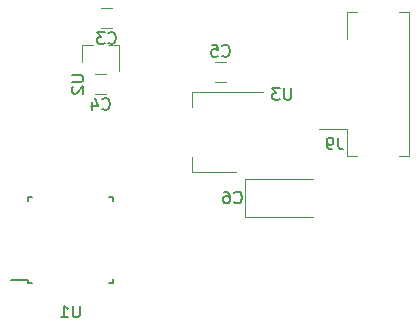
<source format=gbr>
G04 #@! TF.FileFunction,Legend,Bot*
%FSLAX46Y46*%
G04 Gerber Fmt 4.6, Leading zero omitted, Abs format (unit mm)*
G04 Created by KiCad (PCBNEW 4.0.7) date 06/13/18 22:56:11*
%MOMM*%
%LPD*%
G01*
G04 APERTURE LIST*
%ADD10C,0.100000*%
%ADD11C,0.120000*%
%ADD12C,0.150000*%
G04 APERTURE END LIST*
D10*
D11*
X146296000Y-91274000D02*
X145296000Y-91274000D01*
X145296000Y-89574000D02*
X146296000Y-89574000D01*
X145788000Y-96862000D02*
X144788000Y-96862000D01*
X144788000Y-95162000D02*
X145788000Y-95162000D01*
X154948000Y-94146000D02*
X155948000Y-94146000D01*
X155948000Y-95846000D02*
X154948000Y-95846000D01*
X157494000Y-107314000D02*
X163294000Y-107314000D01*
X157494000Y-104014000D02*
X163294000Y-104014000D01*
X157494000Y-107314000D02*
X157494000Y-104014000D01*
D12*
X139123000Y-112845000D02*
X139123000Y-112620000D01*
X146373000Y-112845000D02*
X146373000Y-112520000D01*
X146373000Y-105595000D02*
X146373000Y-105920000D01*
X139123000Y-105595000D02*
X139123000Y-105920000D01*
X139123000Y-112845000D02*
X139448000Y-112845000D01*
X139123000Y-105595000D02*
X139448000Y-105595000D01*
X146373000Y-105595000D02*
X146048000Y-105595000D01*
X146373000Y-112845000D02*
X146048000Y-112845000D01*
X139123000Y-112620000D02*
X137698000Y-112620000D01*
D11*
X143708000Y-92712000D02*
X144638000Y-92712000D01*
X146868000Y-92712000D02*
X145938000Y-92712000D01*
X146868000Y-92712000D02*
X146868000Y-94872000D01*
X143708000Y-92712000D02*
X143708000Y-94172000D01*
X153030000Y-103486000D02*
X153030000Y-102226000D01*
X153030000Y-96666000D02*
X153030000Y-97926000D01*
X156790000Y-103486000D02*
X153030000Y-103486000D01*
X159040000Y-96666000D02*
X153030000Y-96666000D01*
X170540000Y-102087000D02*
X171365000Y-102087000D01*
X171365000Y-102087000D02*
X171365000Y-89937000D01*
X171365000Y-89937000D02*
X170540000Y-89937000D01*
X166990000Y-102087000D02*
X166165000Y-102087000D01*
X166165000Y-102087000D02*
X166165000Y-99787000D01*
X166990000Y-89937000D02*
X166165000Y-89937000D01*
X166165000Y-89937000D02*
X166165000Y-92237000D01*
X166165000Y-99787000D02*
X163765000Y-99787000D01*
D12*
X145962666Y-92531143D02*
X146010285Y-92578762D01*
X146153142Y-92626381D01*
X146248380Y-92626381D01*
X146391238Y-92578762D01*
X146486476Y-92483524D01*
X146534095Y-92388286D01*
X146581714Y-92197810D01*
X146581714Y-92054952D01*
X146534095Y-91864476D01*
X146486476Y-91769238D01*
X146391238Y-91674000D01*
X146248380Y-91626381D01*
X146153142Y-91626381D01*
X146010285Y-91674000D01*
X145962666Y-91721619D01*
X145629333Y-91626381D02*
X145010285Y-91626381D01*
X145343619Y-92007333D01*
X145200761Y-92007333D01*
X145105523Y-92054952D01*
X145057904Y-92102571D01*
X145010285Y-92197810D01*
X145010285Y-92435905D01*
X145057904Y-92531143D01*
X145105523Y-92578762D01*
X145200761Y-92626381D01*
X145486476Y-92626381D01*
X145581714Y-92578762D01*
X145629333Y-92531143D01*
X145454666Y-98119143D02*
X145502285Y-98166762D01*
X145645142Y-98214381D01*
X145740380Y-98214381D01*
X145883238Y-98166762D01*
X145978476Y-98071524D01*
X146026095Y-97976286D01*
X146073714Y-97785810D01*
X146073714Y-97642952D01*
X146026095Y-97452476D01*
X145978476Y-97357238D01*
X145883238Y-97262000D01*
X145740380Y-97214381D01*
X145645142Y-97214381D01*
X145502285Y-97262000D01*
X145454666Y-97309619D01*
X144597523Y-97547714D02*
X144597523Y-98214381D01*
X144835619Y-97166762D02*
X145073714Y-97881048D01*
X144454666Y-97881048D01*
X155614666Y-93603143D02*
X155662285Y-93650762D01*
X155805142Y-93698381D01*
X155900380Y-93698381D01*
X156043238Y-93650762D01*
X156138476Y-93555524D01*
X156186095Y-93460286D01*
X156233714Y-93269810D01*
X156233714Y-93126952D01*
X156186095Y-92936476D01*
X156138476Y-92841238D01*
X156043238Y-92746000D01*
X155900380Y-92698381D01*
X155805142Y-92698381D01*
X155662285Y-92746000D01*
X155614666Y-92793619D01*
X154709904Y-92698381D02*
X155186095Y-92698381D01*
X155233714Y-93174571D01*
X155186095Y-93126952D01*
X155090857Y-93079333D01*
X154852761Y-93079333D01*
X154757523Y-93126952D01*
X154709904Y-93174571D01*
X154662285Y-93269810D01*
X154662285Y-93507905D01*
X154709904Y-93603143D01*
X154757523Y-93650762D01*
X154852761Y-93698381D01*
X155090857Y-93698381D01*
X155186095Y-93650762D01*
X155233714Y-93603143D01*
X156630666Y-106021143D02*
X156678285Y-106068762D01*
X156821142Y-106116381D01*
X156916380Y-106116381D01*
X157059238Y-106068762D01*
X157154476Y-105973524D01*
X157202095Y-105878286D01*
X157249714Y-105687810D01*
X157249714Y-105544952D01*
X157202095Y-105354476D01*
X157154476Y-105259238D01*
X157059238Y-105164000D01*
X156916380Y-105116381D01*
X156821142Y-105116381D01*
X156678285Y-105164000D01*
X156630666Y-105211619D01*
X155773523Y-105116381D02*
X155964000Y-105116381D01*
X156059238Y-105164000D01*
X156106857Y-105211619D01*
X156202095Y-105354476D01*
X156249714Y-105544952D01*
X156249714Y-105925905D01*
X156202095Y-106021143D01*
X156154476Y-106068762D01*
X156059238Y-106116381D01*
X155868761Y-106116381D01*
X155773523Y-106068762D01*
X155725904Y-106021143D01*
X155678285Y-105925905D01*
X155678285Y-105687810D01*
X155725904Y-105592571D01*
X155773523Y-105544952D01*
X155868761Y-105497333D01*
X156059238Y-105497333D01*
X156154476Y-105544952D01*
X156202095Y-105592571D01*
X156249714Y-105687810D01*
X143509905Y-114768381D02*
X143509905Y-115577905D01*
X143462286Y-115673143D01*
X143414667Y-115720762D01*
X143319429Y-115768381D01*
X143128952Y-115768381D01*
X143033714Y-115720762D01*
X142986095Y-115673143D01*
X142938476Y-115577905D01*
X142938476Y-114768381D01*
X141938476Y-115768381D02*
X142509905Y-115768381D01*
X142224191Y-115768381D02*
X142224191Y-114768381D01*
X142319429Y-114911238D01*
X142414667Y-115006476D01*
X142509905Y-115054095D01*
X142835381Y-95250095D02*
X143644905Y-95250095D01*
X143740143Y-95297714D01*
X143787762Y-95345333D01*
X143835381Y-95440571D01*
X143835381Y-95631048D01*
X143787762Y-95726286D01*
X143740143Y-95773905D01*
X143644905Y-95821524D01*
X142835381Y-95821524D01*
X142930619Y-96250095D02*
X142883000Y-96297714D01*
X142835381Y-96392952D01*
X142835381Y-96631048D01*
X142883000Y-96726286D01*
X142930619Y-96773905D01*
X143025857Y-96821524D01*
X143121095Y-96821524D01*
X143263952Y-96773905D01*
X143835381Y-96202476D01*
X143835381Y-96821524D01*
X161416905Y-96353381D02*
X161416905Y-97162905D01*
X161369286Y-97258143D01*
X161321667Y-97305762D01*
X161226429Y-97353381D01*
X161035952Y-97353381D01*
X160940714Y-97305762D01*
X160893095Y-97258143D01*
X160845476Y-97162905D01*
X160845476Y-96353381D01*
X160464524Y-96353381D02*
X159845476Y-96353381D01*
X160178810Y-96734333D01*
X160035952Y-96734333D01*
X159940714Y-96781952D01*
X159893095Y-96829571D01*
X159845476Y-96924810D01*
X159845476Y-97162905D01*
X159893095Y-97258143D01*
X159940714Y-97305762D01*
X160035952Y-97353381D01*
X160321667Y-97353381D01*
X160416905Y-97305762D01*
X160464524Y-97258143D01*
X165433333Y-100544381D02*
X165433333Y-101258667D01*
X165480953Y-101401524D01*
X165576191Y-101496762D01*
X165719048Y-101544381D01*
X165814286Y-101544381D01*
X164909524Y-101544381D02*
X164719048Y-101544381D01*
X164623809Y-101496762D01*
X164576190Y-101449143D01*
X164480952Y-101306286D01*
X164433333Y-101115810D01*
X164433333Y-100734857D01*
X164480952Y-100639619D01*
X164528571Y-100592000D01*
X164623809Y-100544381D01*
X164814286Y-100544381D01*
X164909524Y-100592000D01*
X164957143Y-100639619D01*
X165004762Y-100734857D01*
X165004762Y-100972952D01*
X164957143Y-101068190D01*
X164909524Y-101115810D01*
X164814286Y-101163429D01*
X164623809Y-101163429D01*
X164528571Y-101115810D01*
X164480952Y-101068190D01*
X164433333Y-100972952D01*
M02*

</source>
